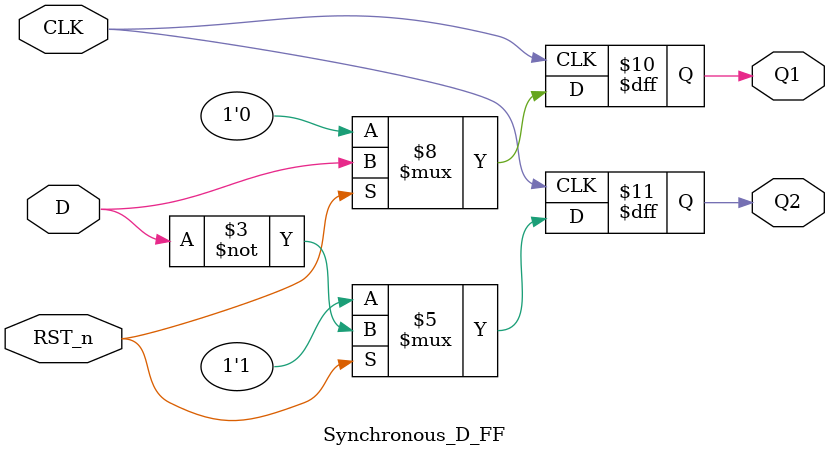
<source format=v>
`timescale 1ns / 1ps


module Synchronous_D_FF(
    input CLK,
    input D,
    input RST_n,
    output reg Q1,
    output reg Q2
    );
    always @(posedge CLK)
    begin
    if(~RST_n)
    begin
        Q1=0;
        Q2=1;
    end
    else
    begin
        Q1=D;
        Q2=~Q1;
    end
    end
endmodule

</source>
